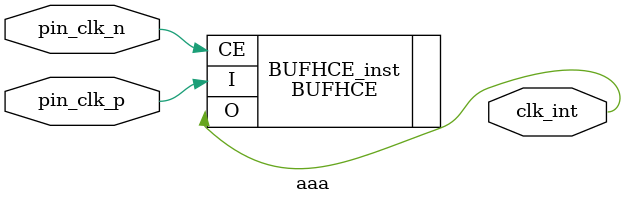
<source format=v>
module aaa (
    input   pin_clk_p,
    input   pin_clk_n,
    output  clk_int
    );


BUFHCE #(
.CE_TYPE("SYNC"), // "SYNC" (glitchless switching) or "ASYNC" (immediate switch)
.INIT_OUT(0) // Initial output value (0-1)
)
BUFHCE_inst (
.O(clk_int), // 1-bit output: Clock output
.CE(pin_clk_n), // 1-bit input: Active high enable
.I(pin_clk_p) // 1-bit input: Clock input
);

endmodule
</source>
